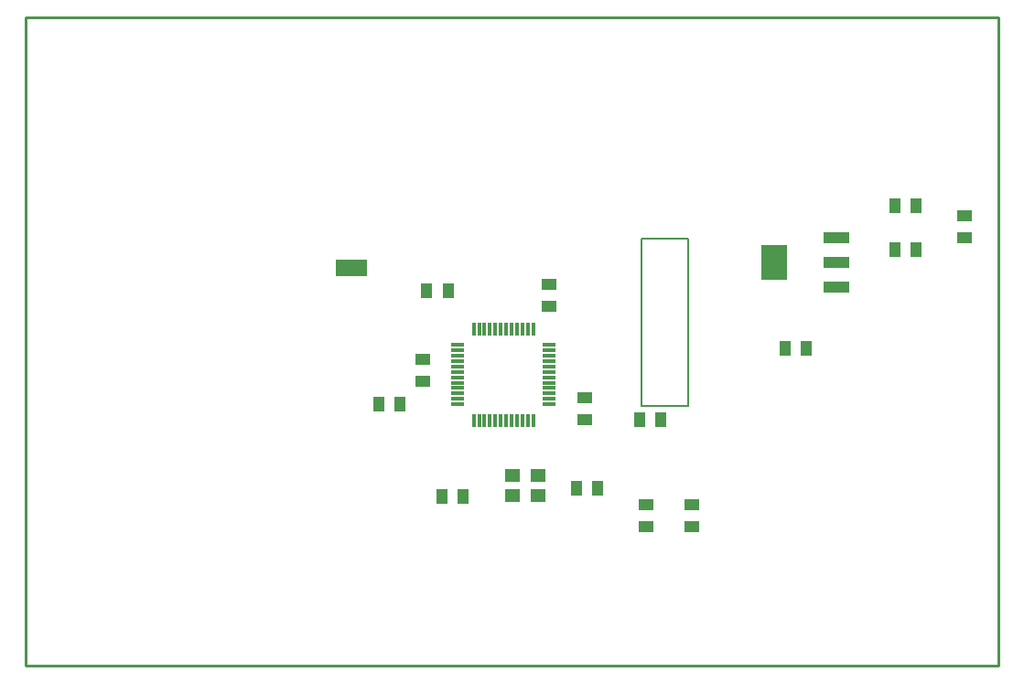
<source format=gtp>
G04*
G04 #@! TF.GenerationSoftware,Altium Limited,Altium Designer,18.1.7 (191)*
G04*
G04 Layer_Color=8421504*
%FSLAX25Y25*%
%MOIN*%
G70*
G01*
G75*
%ADD10C,0.01000*%
%ADD12C,0.00787*%
%ADD14R,0.01181X0.04724*%
%ADD15R,0.04724X0.01181*%
%ADD16R,0.05512X0.04331*%
%ADD17R,0.04331X0.05512*%
%ADD18R,0.11811X0.05906*%
%ADD19R,0.05512X0.04724*%
%ADD20R,0.09449X0.12992*%
%ADD21R,0.09449X0.03937*%
D10*
X540331Y183000D02*
Y419220D01*
X186000Y183000D02*
X540331D01*
X186000D02*
Y419220D01*
X540331D01*
D12*
X410264Y277488D02*
X427193D01*
Y338512D01*
X410264D02*
X427193D01*
X410264Y277488D02*
Y338512D01*
D14*
X349173Y272268D02*
D03*
X351142D02*
D03*
X353110D02*
D03*
X355079D02*
D03*
X357047D02*
D03*
X359016D02*
D03*
X360984D02*
D03*
X362953D02*
D03*
X364921D02*
D03*
X366890D02*
D03*
X368858D02*
D03*
X370827D02*
D03*
Y305732D02*
D03*
X368858D02*
D03*
X366890D02*
D03*
X364921D02*
D03*
X362953D02*
D03*
X360984D02*
D03*
X359016D02*
D03*
X357047D02*
D03*
X355079D02*
D03*
X353110D02*
D03*
X351142D02*
D03*
X349173D02*
D03*
D15*
X376732Y278173D02*
D03*
Y280142D02*
D03*
Y282110D02*
D03*
Y284079D02*
D03*
Y286047D02*
D03*
Y288016D02*
D03*
Y289984D02*
D03*
Y291953D02*
D03*
Y293921D02*
D03*
Y295890D02*
D03*
Y297858D02*
D03*
Y299827D02*
D03*
X343268D02*
D03*
Y297858D02*
D03*
Y295890D02*
D03*
Y293921D02*
D03*
Y291953D02*
D03*
Y289984D02*
D03*
Y288016D02*
D03*
Y286047D02*
D03*
Y284079D02*
D03*
Y282110D02*
D03*
Y280142D02*
D03*
Y278173D02*
D03*
D16*
X389697Y272563D02*
D03*
Y280437D02*
D03*
X528000Y346937D02*
D03*
Y339063D02*
D03*
X330500Y286563D02*
D03*
Y294437D02*
D03*
X376500Y314063D02*
D03*
Y321937D02*
D03*
X412000Y241437D02*
D03*
Y233563D02*
D03*
X428500Y241437D02*
D03*
Y233563D02*
D03*
D17*
X322437Y278173D02*
D03*
X314563D02*
D03*
X470437Y298500D02*
D03*
X462563D02*
D03*
X409563Y272563D02*
D03*
X417437D02*
D03*
X345437Y244500D02*
D03*
X337563D02*
D03*
X394437Y247500D02*
D03*
X386563D02*
D03*
X339937Y319500D02*
D03*
X332063D02*
D03*
X510437Y334500D02*
D03*
X502563D02*
D03*
X510437Y350500D02*
D03*
X502563D02*
D03*
D18*
X304500Y328000D02*
D03*
D19*
X363276Y244760D02*
D03*
X372724D02*
D03*
Y252240D02*
D03*
X363276D02*
D03*
D20*
X458583Y330000D02*
D03*
D21*
X481417Y339055D02*
D03*
Y330000D02*
D03*
Y320945D02*
D03*
M02*

</source>
